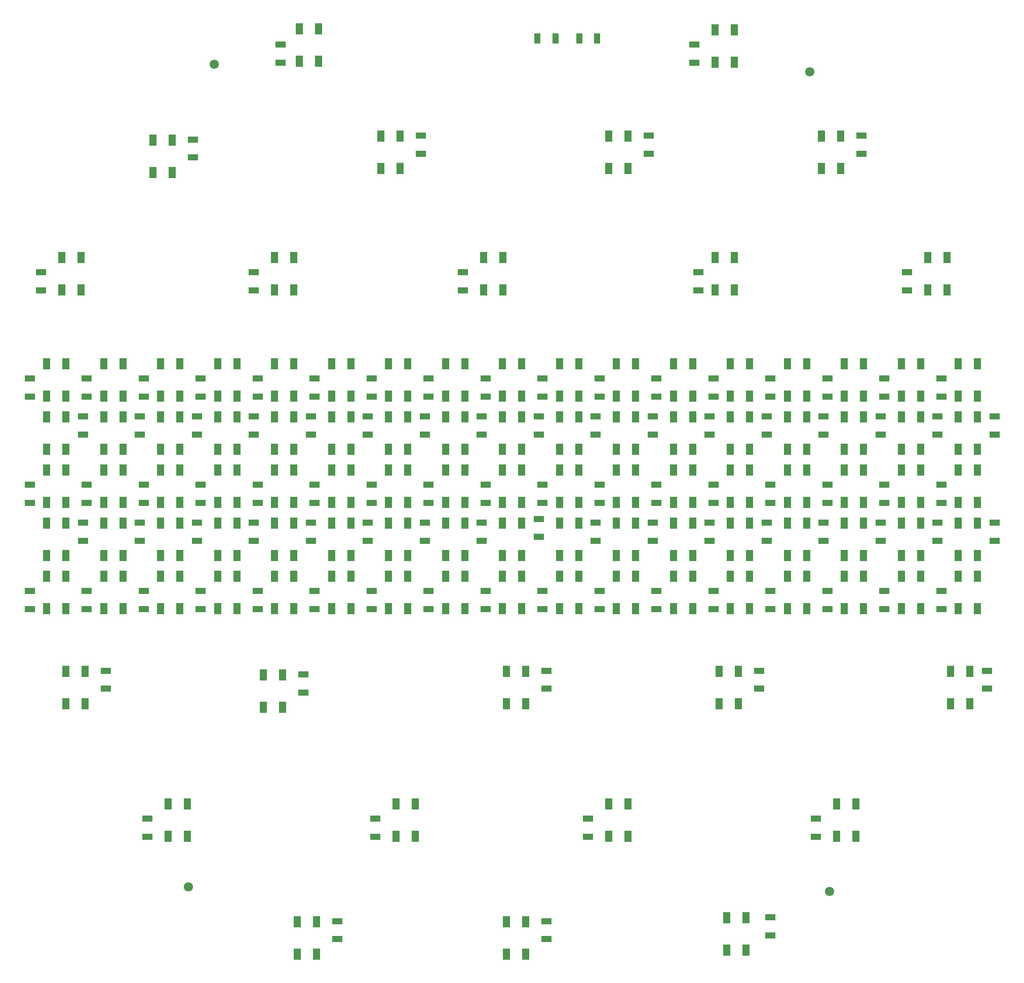
<source format=gbr>
G04*
G04 #@! TF.GenerationSoftware,Altium Limited,Altium Designer,24.2.2 (26)*
G04*
G04 Layer_Color=8421504*
%FSLAX44Y44*%
%MOMM*%
G71*
G04*
G04 #@! TF.SameCoordinates,C09E280A-887C-4CB5-B33B-2E433380E6FD*
G04*
G04*
G04 #@! TF.FilePolarity,Positive*
G04*
G01*
G75*
%ADD14C,1.5500*%
%ADD15R,1.2065X1.9000*%
%ADD16R,1.8034X1.1176*%
%ADD17R,1.1176X1.8034*%
D14*
X391160Y1595120D02*
D03*
X1386840Y1582420D02*
D03*
X1419860Y210820D02*
D03*
X347980Y218440D02*
D03*
D15*
X1286129Y950900D02*
D03*
Y1004900D02*
D03*
X1253871Y950900D02*
D03*
Y1004900D02*
D03*
X110871Y916000D02*
D03*
Y862000D02*
D03*
X143129Y916000D02*
D03*
Y862000D02*
D03*
X168529Y1217600D02*
D03*
Y1271600D02*
D03*
X136271Y1217600D02*
D03*
Y1271600D02*
D03*
X524129Y1217600D02*
D03*
Y1271600D02*
D03*
X491871Y1217600D02*
D03*
Y1271600D02*
D03*
X346329Y303200D02*
D03*
Y357200D02*
D03*
X314071Y303200D02*
D03*
Y357200D02*
D03*
X727329Y303200D02*
D03*
Y357200D02*
D03*
X695071Y303200D02*
D03*
Y357200D02*
D03*
X1082929Y303200D02*
D03*
Y357200D02*
D03*
X1050671Y303200D02*
D03*
Y357200D02*
D03*
X1463929Y303200D02*
D03*
Y357200D02*
D03*
X1431671Y303200D02*
D03*
Y357200D02*
D03*
X1247521Y166700D02*
D03*
Y112700D02*
D03*
X1279779Y166700D02*
D03*
Y112700D02*
D03*
X879221Y160350D02*
D03*
Y106350D02*
D03*
X911479Y160350D02*
D03*
Y106350D02*
D03*
X529971Y160350D02*
D03*
Y106350D02*
D03*
X562229Y160350D02*
D03*
Y106350D02*
D03*
X873379Y1217600D02*
D03*
Y1271600D02*
D03*
X841121Y1217600D02*
D03*
Y1271600D02*
D03*
X565658Y1600200D02*
D03*
Y1654200D02*
D03*
X533400Y1600200D02*
D03*
Y1654200D02*
D03*
X1260729Y1217600D02*
D03*
Y1271600D02*
D03*
X1228471Y1217600D02*
D03*
Y1271600D02*
D03*
X1260729Y1598600D02*
D03*
Y1652600D02*
D03*
X1228471Y1598600D02*
D03*
Y1652600D02*
D03*
X1616329Y1217600D02*
D03*
Y1271600D02*
D03*
X1584071Y1217600D02*
D03*
Y1271600D02*
D03*
X1406271Y1474800D02*
D03*
Y1420800D02*
D03*
X1438529Y1474800D02*
D03*
Y1420800D02*
D03*
X1622171Y579450D02*
D03*
Y525450D02*
D03*
X1654429Y579450D02*
D03*
Y525450D02*
D03*
X1050671Y1474800D02*
D03*
Y1420800D02*
D03*
X1082929Y1474800D02*
D03*
Y1420800D02*
D03*
X1234821Y579450D02*
D03*
Y525450D02*
D03*
X1267079Y579450D02*
D03*
Y525450D02*
D03*
X669671Y1474800D02*
D03*
Y1420800D02*
D03*
X701929Y1474800D02*
D03*
Y1420800D02*
D03*
X879221Y579450D02*
D03*
Y525450D02*
D03*
X911479Y579450D02*
D03*
Y525450D02*
D03*
X288671Y1468450D02*
D03*
Y1414450D02*
D03*
X320929Y1468450D02*
D03*
Y1414450D02*
D03*
X472821Y573100D02*
D03*
Y519100D02*
D03*
X505079Y573100D02*
D03*
Y519100D02*
D03*
X142621Y579450D02*
D03*
Y525450D02*
D03*
X174879Y579450D02*
D03*
Y525450D02*
D03*
X206121Y1093800D02*
D03*
Y1039800D02*
D03*
X238379Y1093800D02*
D03*
Y1039800D02*
D03*
Y950900D02*
D03*
Y1004900D02*
D03*
X206121Y950900D02*
D03*
Y1004900D02*
D03*
X143129Y950900D02*
D03*
Y1004900D02*
D03*
X110871Y950900D02*
D03*
Y1004900D02*
D03*
X396621Y1093800D02*
D03*
Y1039800D02*
D03*
X428879Y1093800D02*
D03*
Y1039800D02*
D03*
X491871Y1093800D02*
D03*
Y1039800D02*
D03*
X524129Y1093800D02*
D03*
Y1039800D02*
D03*
X301371Y1093800D02*
D03*
Y1039800D02*
D03*
X333629Y1093800D02*
D03*
Y1039800D02*
D03*
X619379Y950900D02*
D03*
Y1004900D02*
D03*
X587121Y950900D02*
D03*
Y1004900D02*
D03*
X682371Y1093800D02*
D03*
Y1039800D02*
D03*
X714629Y1093800D02*
D03*
Y1039800D02*
D03*
X333629Y950900D02*
D03*
Y1004900D02*
D03*
X301371Y950900D02*
D03*
Y1004900D02*
D03*
X524129Y950900D02*
D03*
Y1004900D02*
D03*
X491871Y950900D02*
D03*
Y1004900D02*
D03*
X428879Y950900D02*
D03*
Y1004900D02*
D03*
X396621Y950900D02*
D03*
Y1004900D02*
D03*
X809879Y950900D02*
D03*
Y1004900D02*
D03*
X777621Y950900D02*
D03*
Y1004900D02*
D03*
X1253871Y916000D02*
D03*
Y862000D02*
D03*
X1286129Y916000D02*
D03*
Y862000D02*
D03*
X1158621Y916000D02*
D03*
Y862000D02*
D03*
X1190879Y916000D02*
D03*
Y862000D02*
D03*
X1063371Y916000D02*
D03*
Y862000D02*
D03*
X1095629Y916000D02*
D03*
Y862000D02*
D03*
X968121Y916000D02*
D03*
Y862000D02*
D03*
X1000379Y916000D02*
D03*
Y862000D02*
D03*
X714629Y950900D02*
D03*
Y1004900D02*
D03*
X682371Y950900D02*
D03*
Y1004900D02*
D03*
X1000379Y950900D02*
D03*
Y1004900D02*
D03*
X968121Y950900D02*
D03*
Y1004900D02*
D03*
X905129Y950900D02*
D03*
Y1004900D02*
D03*
X872871Y950900D02*
D03*
Y1004900D02*
D03*
X777621Y916000D02*
D03*
Y862000D02*
D03*
X809879Y916000D02*
D03*
Y862000D02*
D03*
X682371Y916000D02*
D03*
Y862000D02*
D03*
X714629Y916000D02*
D03*
Y862000D02*
D03*
X587121Y916000D02*
D03*
Y862000D02*
D03*
X619379Y916000D02*
D03*
Y862000D02*
D03*
X872871Y916000D02*
D03*
Y862000D02*
D03*
X905129Y916000D02*
D03*
Y862000D02*
D03*
X1539621Y916000D02*
D03*
Y862000D02*
D03*
X1571879Y916000D02*
D03*
Y862000D02*
D03*
X1444371Y916000D02*
D03*
Y862000D02*
D03*
X1476629Y916000D02*
D03*
Y862000D02*
D03*
X1667129Y773100D02*
D03*
Y827100D02*
D03*
X1634871Y773100D02*
D03*
Y827100D02*
D03*
Y916000D02*
D03*
Y862000D02*
D03*
X1667129Y916000D02*
D03*
Y862000D02*
D03*
X1571879Y773100D02*
D03*
Y827100D02*
D03*
X1539621Y773100D02*
D03*
Y827100D02*
D03*
X1349121Y916000D02*
D03*
Y862000D02*
D03*
X1381379Y916000D02*
D03*
Y862000D02*
D03*
X1476629Y773100D02*
D03*
Y827100D02*
D03*
X1444371Y773100D02*
D03*
Y827100D02*
D03*
X1381379Y773100D02*
D03*
Y827100D02*
D03*
X1349121Y773100D02*
D03*
Y827100D02*
D03*
X1634871Y1093800D02*
D03*
Y1039800D02*
D03*
X1667129Y1093800D02*
D03*
Y1039800D02*
D03*
X1539621Y1093800D02*
D03*
Y1039800D02*
D03*
X1571879Y1093800D02*
D03*
Y1039800D02*
D03*
X1444371Y1093800D02*
D03*
Y1039800D02*
D03*
X1476629Y1093800D02*
D03*
Y1039800D02*
D03*
X1349121Y1093800D02*
D03*
Y1039800D02*
D03*
X1381379Y1093800D02*
D03*
Y1039800D02*
D03*
X1667129Y950900D02*
D03*
Y1004900D02*
D03*
X1634871Y950900D02*
D03*
Y1004900D02*
D03*
X1571879Y950900D02*
D03*
Y1004900D02*
D03*
X1539621Y950900D02*
D03*
Y1004900D02*
D03*
X1190879Y950900D02*
D03*
Y1004900D02*
D03*
X1158621Y950900D02*
D03*
Y1004900D02*
D03*
X1095629Y950900D02*
D03*
Y1004900D02*
D03*
X1063371Y950900D02*
D03*
Y1004900D02*
D03*
X1476629Y950900D02*
D03*
Y1004900D02*
D03*
X1444371Y950900D02*
D03*
Y1004900D02*
D03*
X1381379Y950900D02*
D03*
Y1004900D02*
D03*
X1349121Y950900D02*
D03*
Y1004900D02*
D03*
X1063371Y1093800D02*
D03*
Y1039800D02*
D03*
X1095629Y1093800D02*
D03*
Y1039800D02*
D03*
X968121Y1093800D02*
D03*
Y1039800D02*
D03*
X1000379Y1093800D02*
D03*
Y1039800D02*
D03*
X110871Y1093800D02*
D03*
Y1039800D02*
D03*
X143129Y1093800D02*
D03*
Y1039800D02*
D03*
X1286129Y773100D02*
D03*
Y827100D02*
D03*
X1253871Y773100D02*
D03*
Y827100D02*
D03*
X491871Y916000D02*
D03*
Y862000D02*
D03*
X524129Y916000D02*
D03*
Y862000D02*
D03*
X396621Y916000D02*
D03*
Y862000D02*
D03*
X428879Y916000D02*
D03*
Y862000D02*
D03*
Y773100D02*
D03*
Y827100D02*
D03*
X396621Y773100D02*
D03*
Y827100D02*
D03*
X1190879Y773100D02*
D03*
Y827100D02*
D03*
X1158621Y773100D02*
D03*
Y827100D02*
D03*
X1095629Y773100D02*
D03*
Y827100D02*
D03*
X1063371Y773100D02*
D03*
Y827100D02*
D03*
X1000379Y773100D02*
D03*
Y827100D02*
D03*
X968121Y773100D02*
D03*
Y827100D02*
D03*
X905129Y773100D02*
D03*
Y827100D02*
D03*
X872871Y773100D02*
D03*
Y827100D02*
D03*
X809879Y773100D02*
D03*
Y827100D02*
D03*
X777621Y773100D02*
D03*
Y827100D02*
D03*
X714629Y773100D02*
D03*
Y827100D02*
D03*
X682371Y773100D02*
D03*
Y827100D02*
D03*
X619379Y773100D02*
D03*
Y827100D02*
D03*
X587121Y773100D02*
D03*
Y827100D02*
D03*
X524129Y773100D02*
D03*
Y827100D02*
D03*
X491871Y773100D02*
D03*
Y827100D02*
D03*
X587121Y1093800D02*
D03*
Y1039800D02*
D03*
X619379Y1093800D02*
D03*
Y1039800D02*
D03*
X1253871Y1093800D02*
D03*
Y1039800D02*
D03*
X1286129Y1093800D02*
D03*
Y1039800D02*
D03*
X872871Y1093800D02*
D03*
Y1039800D02*
D03*
X905129Y1093800D02*
D03*
Y1039800D02*
D03*
X777621Y1093800D02*
D03*
Y1039800D02*
D03*
X809879Y1093800D02*
D03*
Y1039800D02*
D03*
X1158621Y1093800D02*
D03*
Y1039800D02*
D03*
X1190879Y1093800D02*
D03*
Y1039800D02*
D03*
X1634871Y738200D02*
D03*
Y684200D02*
D03*
X1667129Y738200D02*
D03*
Y684200D02*
D03*
X206121Y916000D02*
D03*
Y862000D02*
D03*
X238379Y916000D02*
D03*
Y862000D02*
D03*
X301371Y916000D02*
D03*
Y862000D02*
D03*
X333629Y916000D02*
D03*
Y862000D02*
D03*
X110871Y738200D02*
D03*
Y684200D02*
D03*
X143129Y738200D02*
D03*
Y684200D02*
D03*
X238379Y773100D02*
D03*
Y827100D02*
D03*
X206121Y773100D02*
D03*
Y827100D02*
D03*
X333629Y773100D02*
D03*
Y827100D02*
D03*
X301371Y773100D02*
D03*
Y827100D02*
D03*
X143129Y773100D02*
D03*
Y827100D02*
D03*
X110871Y773100D02*
D03*
Y827100D02*
D03*
X1444371Y738200D02*
D03*
Y684200D02*
D03*
X1476629Y738200D02*
D03*
Y684200D02*
D03*
X1349121Y738200D02*
D03*
Y684200D02*
D03*
X1381379Y738200D02*
D03*
Y684200D02*
D03*
X1158621Y738200D02*
D03*
Y684200D02*
D03*
X1190879Y738200D02*
D03*
Y684200D02*
D03*
X1063371Y738200D02*
D03*
Y684200D02*
D03*
X1095629Y738200D02*
D03*
Y684200D02*
D03*
X1253871Y738200D02*
D03*
Y684200D02*
D03*
X1286129Y738200D02*
D03*
Y684200D02*
D03*
X968121Y738200D02*
D03*
Y684200D02*
D03*
X1000379Y738200D02*
D03*
Y684200D02*
D03*
X1539621Y738200D02*
D03*
Y684200D02*
D03*
X1571879Y738200D02*
D03*
Y684200D02*
D03*
X206121Y738200D02*
D03*
Y684200D02*
D03*
X238379Y738200D02*
D03*
Y684200D02*
D03*
X301371Y738200D02*
D03*
Y684200D02*
D03*
X333629Y738200D02*
D03*
Y684200D02*
D03*
X396621Y738200D02*
D03*
Y684200D02*
D03*
X428879Y738200D02*
D03*
Y684200D02*
D03*
X491871Y738200D02*
D03*
Y684200D02*
D03*
X524129Y738200D02*
D03*
Y684200D02*
D03*
X777621Y738200D02*
D03*
Y684200D02*
D03*
X809879Y738200D02*
D03*
Y684200D02*
D03*
X682371Y738200D02*
D03*
Y684200D02*
D03*
X714629Y738200D02*
D03*
Y684200D02*
D03*
X587121Y738200D02*
D03*
Y684200D02*
D03*
X619379Y738200D02*
D03*
Y684200D02*
D03*
X872871Y738200D02*
D03*
Y684200D02*
D03*
X905129Y738200D02*
D03*
Y684200D02*
D03*
D16*
X1320800Y137414D02*
D03*
Y167386D02*
D03*
X946150Y131064D02*
D03*
Y161036D02*
D03*
X596900Y131064D02*
D03*
Y161036D02*
D03*
X1193800Y1627886D02*
D03*
Y1597914D02*
D03*
X501650Y1627886D02*
D03*
Y1597914D02*
D03*
X279400Y332486D02*
D03*
Y302514D02*
D03*
X660400Y332486D02*
D03*
Y302514D02*
D03*
X1016000Y332486D02*
D03*
Y302514D02*
D03*
X1397000Y332486D02*
D03*
Y302514D02*
D03*
X946150Y550164D02*
D03*
Y580136D02*
D03*
X355600Y1439164D02*
D03*
Y1469136D02*
D03*
X539750Y543814D02*
D03*
Y573786D02*
D03*
X101600Y1246886D02*
D03*
Y1216914D02*
D03*
X209550Y550164D02*
D03*
Y580136D02*
D03*
X457200Y1246886D02*
D03*
Y1216914D02*
D03*
X806450Y1246886D02*
D03*
Y1216914D02*
D03*
X1200150Y1246886D02*
D03*
Y1216914D02*
D03*
X1549400Y1246886D02*
D03*
Y1216914D02*
D03*
X1473200Y1445514D02*
D03*
Y1475486D02*
D03*
X1682750Y550164D02*
D03*
Y580136D02*
D03*
X1117600Y1445514D02*
D03*
Y1475486D02*
D03*
X1301750Y550164D02*
D03*
Y580136D02*
D03*
X736600Y1445514D02*
D03*
Y1475486D02*
D03*
X171450Y1005586D02*
D03*
Y975614D02*
D03*
X266700Y1005586D02*
D03*
Y975614D02*
D03*
X463550Y1039114D02*
D03*
Y1069086D02*
D03*
X368300Y1039114D02*
D03*
Y1069086D02*
D03*
X742950Y1005586D02*
D03*
Y975614D02*
D03*
X654050Y1039114D02*
D03*
Y1069086D02*
D03*
X647700Y1005586D02*
D03*
Y975614D02*
D03*
X749300Y1039114D02*
D03*
Y1069086D02*
D03*
X558800Y1039114D02*
D03*
Y1069086D02*
D03*
X552450Y1005586D02*
D03*
Y975614D02*
D03*
X361950Y1005586D02*
D03*
Y975614D02*
D03*
X457200Y1005586D02*
D03*
Y975614D02*
D03*
X1511300Y861314D02*
D03*
Y891286D02*
D03*
X1416050Y861314D02*
D03*
Y891286D02*
D03*
X1504950Y827786D02*
D03*
Y797814D02*
D03*
X1600200Y827786D02*
D03*
Y797814D02*
D03*
X1606550Y861314D02*
D03*
Y891286D02*
D03*
X1409700Y827786D02*
D03*
Y797814D02*
D03*
X1606550Y1039114D02*
D03*
Y1069086D02*
D03*
X1511300Y1039114D02*
D03*
Y1069086D02*
D03*
X1416050Y1039114D02*
D03*
Y1069086D02*
D03*
X1123950Y1005586D02*
D03*
Y975614D02*
D03*
X1130300Y1039114D02*
D03*
Y1069086D02*
D03*
X844550Y1039114D02*
D03*
Y1069086D02*
D03*
X939800Y1039114D02*
D03*
Y1069086D02*
D03*
X1035050Y1039114D02*
D03*
Y1069086D02*
D03*
X1504950Y1005586D02*
D03*
Y975614D02*
D03*
X1600200Y1005586D02*
D03*
Y975614D02*
D03*
X1409700Y1005586D02*
D03*
Y975614D02*
D03*
X1314450Y1005586D02*
D03*
Y975614D02*
D03*
X1219200Y1005586D02*
D03*
Y975614D02*
D03*
X1028700Y1005586D02*
D03*
Y975614D02*
D03*
X933450Y1005586D02*
D03*
Y975614D02*
D03*
X838200Y1005586D02*
D03*
Y975614D02*
D03*
X273050Y1039114D02*
D03*
Y1069086D02*
D03*
X177800Y1039114D02*
D03*
Y1069086D02*
D03*
X1314450Y827786D02*
D03*
Y797814D02*
D03*
X1225550Y861314D02*
D03*
Y891286D02*
D03*
X1123950Y797814D02*
D03*
Y827786D02*
D03*
X1130300Y861314D02*
D03*
Y891286D02*
D03*
X558800Y861314D02*
D03*
Y891286D02*
D03*
X463550Y861314D02*
D03*
Y891286D02*
D03*
X368300Y861314D02*
D03*
Y891286D02*
D03*
X844550Y861314D02*
D03*
Y891286D02*
D03*
X1035050Y861314D02*
D03*
Y891286D02*
D03*
X939800Y861314D02*
D03*
Y891286D02*
D03*
X654050Y861314D02*
D03*
Y891286D02*
D03*
X749300Y861314D02*
D03*
Y891286D02*
D03*
X1320800Y1039114D02*
D03*
Y1069086D02*
D03*
X1225550Y1039114D02*
D03*
Y1069086D02*
D03*
X1320800Y861314D02*
D03*
Y891286D02*
D03*
X273050Y861314D02*
D03*
Y891286D02*
D03*
X177800Y861314D02*
D03*
Y891286D02*
D03*
X266700Y827786D02*
D03*
Y797814D02*
D03*
X457200Y827786D02*
D03*
Y797814D02*
D03*
X361950Y827786D02*
D03*
Y797814D02*
D03*
X838200Y827786D02*
D03*
Y797814D02*
D03*
X552450Y827786D02*
D03*
Y797814D02*
D03*
X647700Y827786D02*
D03*
Y797814D02*
D03*
X742950Y827786D02*
D03*
Y797814D02*
D03*
X1219200Y827786D02*
D03*
Y797814D02*
D03*
X1028700Y827786D02*
D03*
Y797814D02*
D03*
X933450Y834136D02*
D03*
Y804164D02*
D03*
X171450Y827786D02*
D03*
Y797814D02*
D03*
X1606550Y683514D02*
D03*
Y713486D02*
D03*
X1416050D02*
D03*
Y683514D02*
D03*
X1130300D02*
D03*
Y713486D02*
D03*
X1320800D02*
D03*
Y683514D02*
D03*
X1225550Y713486D02*
D03*
Y683514D02*
D03*
X1511300D02*
D03*
Y713486D02*
D03*
X177800Y683514D02*
D03*
Y713486D02*
D03*
X749300Y683514D02*
D03*
Y713486D02*
D03*
X654050Y683514D02*
D03*
Y713486D02*
D03*
X558800Y683514D02*
D03*
Y713486D02*
D03*
X463550Y683514D02*
D03*
Y713486D02*
D03*
X368300Y683514D02*
D03*
Y713486D02*
D03*
X273050Y683514D02*
D03*
Y713486D02*
D03*
X844550Y683514D02*
D03*
Y713486D02*
D03*
X939800Y683514D02*
D03*
Y713486D02*
D03*
X1035050Y683514D02*
D03*
Y713486D02*
D03*
X82550Y683514D02*
D03*
Y713486D02*
D03*
Y861314D02*
D03*
Y891286D02*
D03*
X1695450Y827786D02*
D03*
Y797814D02*
D03*
Y975614D02*
D03*
Y1005586D02*
D03*
X82550Y1069086D02*
D03*
Y1039114D02*
D03*
D17*
X1030986Y1638300D02*
D03*
X1001014D02*
D03*
X931164D02*
D03*
X961136D02*
D03*
M02*

</source>
